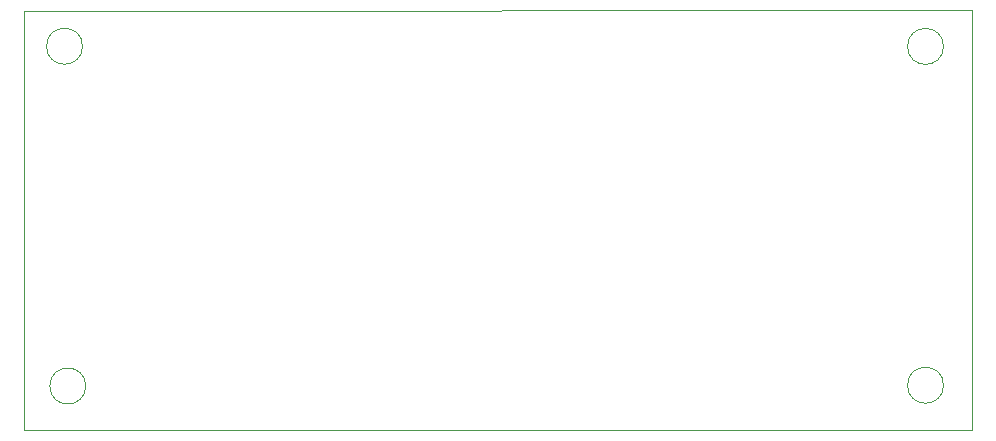
<source format=gbr>
%TF.GenerationSoftware,KiCad,Pcbnew,5.1.12*%
%TF.CreationDate,2021-12-29T22:32:17+01:00*%
%TF.ProjectId,Amplifier,416d706c-6966-4696-9572-2e6b69636164,rev?*%
%TF.SameCoordinates,Original*%
%TF.FileFunction,Profile,NP*%
%FSLAX46Y46*%
G04 Gerber Fmt 4.6, Leading zero omitted, Abs format (unit mm)*
G04 Created by KiCad (PCBNEW 5.1.12) date 2021-12-29 22:32:17*
%MOMM*%
%LPD*%
G01*
G04 APERTURE LIST*
%TA.AperFunction,Profile*%
%ADD10C,0.050000*%
%TD*%
G04 APERTURE END LIST*
D10*
X176276000Y-74930000D02*
G75*
G03*
X176276000Y-74930000I-1524000J0D01*
G01*
X103378000Y-46228000D02*
G75*
G03*
X103378000Y-46228000I-1524000J0D01*
G01*
X176276000Y-46244000D02*
G75*
G03*
X176276000Y-46244000I-1524000J0D01*
G01*
X103651000Y-75000000D02*
G75*
G03*
X103651000Y-75000000I-1524000J0D01*
G01*
X98425000Y-43230800D02*
X98425000Y-78740000D01*
X178689000Y-43205400D02*
X98425000Y-43230800D01*
X178689000Y-78740000D02*
X178689000Y-43205400D01*
X98425000Y-78740000D02*
X178689000Y-78740000D01*
M02*

</source>
